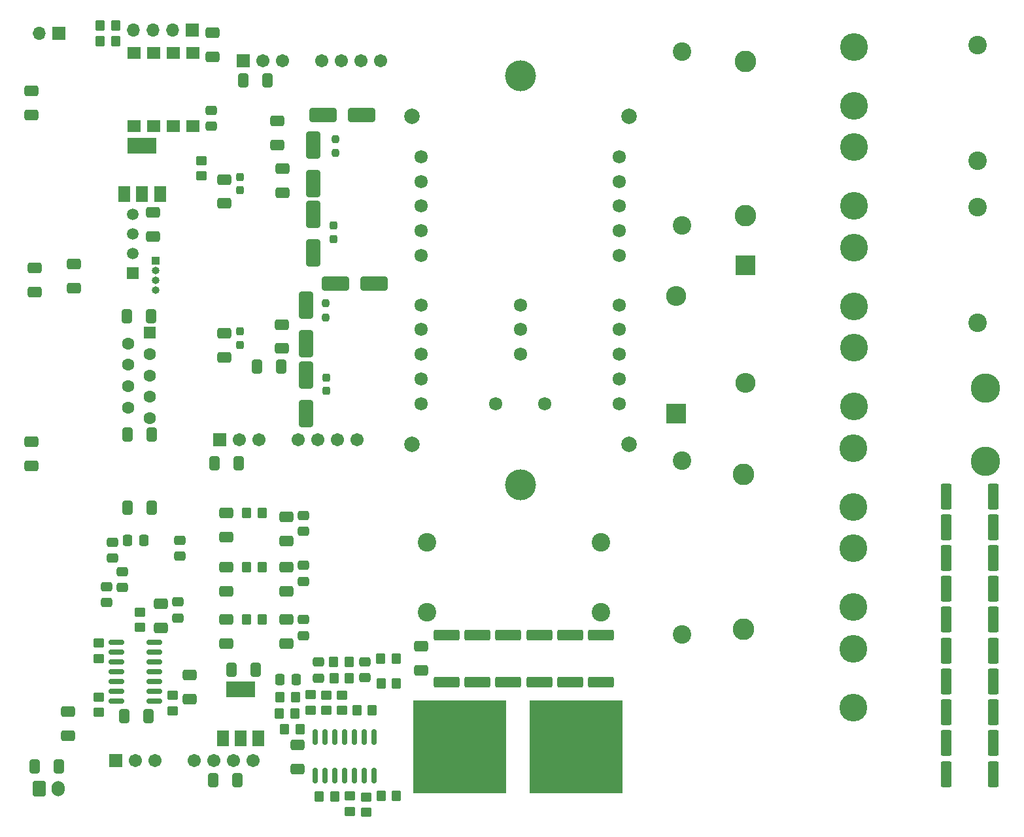
<source format=gbr>
%TF.GenerationSoftware,KiCad,Pcbnew,7.0.9*%
%TF.CreationDate,2024-05-29T20:40:17+05:30*%
%TF.ProjectId,LU,4c552e6b-6963-4616-945f-706362585858,rev?*%
%TF.SameCoordinates,Original*%
%TF.FileFunction,Soldermask,Bot*%
%TF.FilePolarity,Negative*%
%FSLAX46Y46*%
G04 Gerber Fmt 4.6, Leading zero omitted, Abs format (unit mm)*
G04 Created by KiCad (PCBNEW 7.0.9) date 2024-05-29 20:40:17*
%MOMM*%
%LPD*%
G01*
G04 APERTURE LIST*
G04 Aperture macros list*
%AMRoundRect*
0 Rectangle with rounded corners*
0 $1 Rounding radius*
0 $2 $3 $4 $5 $6 $7 $8 $9 X,Y pos of 4 corners*
0 Add a 4 corners polygon primitive as box body*
4,1,4,$2,$3,$4,$5,$6,$7,$8,$9,$2,$3,0*
0 Add four circle primitives for the rounded corners*
1,1,$1+$1,$2,$3*
1,1,$1+$1,$4,$5*
1,1,$1+$1,$6,$7*
1,1,$1+$1,$8,$9*
0 Add four rect primitives between the rounded corners*
20,1,$1+$1,$2,$3,$4,$5,0*
20,1,$1+$1,$4,$5,$6,$7,0*
20,1,$1+$1,$6,$7,$8,$9,0*
20,1,$1+$1,$8,$9,$2,$3,0*%
G04 Aperture macros list end*
%ADD10R,1.498600X1.498600*%
%ADD11C,1.498600*%
%ADD12RoundRect,0.250000X-0.350000X-0.450000X0.350000X-0.450000X0.350000X0.450000X-0.350000X0.450000X0*%
%ADD13RoundRect,0.250000X-0.450000X0.350000X-0.450000X-0.350000X0.450000X-0.350000X0.450000X0.350000X0*%
%ADD14RoundRect,0.250000X0.450000X-0.350000X0.450000X0.350000X-0.450000X0.350000X-0.450000X-0.350000X0*%
%ADD15C,3.600000*%
%ADD16R,12.000000X12.000000*%
%ADD17C,2.400000*%
%ADD18RoundRect,0.102000X-0.754000X-0.754000X0.754000X-0.754000X0.754000X0.754000X-0.754000X0.754000X0*%
%ADD19C,1.712000*%
%ADD20C,2.800000*%
%ADD21RoundRect,0.250000X-0.600000X-0.750000X0.600000X-0.750000X0.600000X0.750000X-0.600000X0.750000X0*%
%ADD22O,1.700000X2.000000*%
%ADD23R,1.600000X1.600000*%
%ADD24C,1.600000*%
%ADD25R,1.700000X1.700000*%
%ADD26O,1.700000X1.700000*%
%ADD27O,2.600000X2.600000*%
%ADD28R,2.600000X2.600000*%
%ADD29C,3.800000*%
%ADD30RoundRect,0.249999X0.450001X1.425001X-0.450001X1.425001X-0.450001X-1.425001X0.450001X-1.425001X0*%
%ADD31RoundRect,0.250000X0.650000X-0.412500X0.650000X0.412500X-0.650000X0.412500X-0.650000X-0.412500X0*%
%ADD32RoundRect,0.250000X-0.412500X-0.650000X0.412500X-0.650000X0.412500X0.650000X-0.412500X0.650000X0*%
%ADD33RoundRect,0.250000X-0.650000X1.500000X-0.650000X-1.500000X0.650000X-1.500000X0.650000X1.500000X0*%
%ADD34RoundRect,0.250000X0.350000X0.450000X-0.350000X0.450000X-0.350000X-0.450000X0.350000X-0.450000X0*%
%ADD35R,1.000000X1.000000*%
%ADD36O,1.000000X1.000000*%
%ADD37RoundRect,0.250000X-0.650000X0.412500X-0.650000X-0.412500X0.650000X-0.412500X0.650000X0.412500X0*%
%ADD38RoundRect,0.249999X-1.425001X0.450001X-1.425001X-0.450001X1.425001X-0.450001X1.425001X0.450001X0*%
%ADD39RoundRect,0.237500X-0.237500X0.300000X-0.237500X-0.300000X0.237500X-0.300000X0.237500X0.300000X0*%
%ADD40R,1.500000X2.000000*%
%ADD41R,3.800000X2.000000*%
%ADD42RoundRect,0.250000X0.475000X-0.337500X0.475000X0.337500X-0.475000X0.337500X-0.475000X-0.337500X0*%
%ADD43RoundRect,0.250000X0.412500X0.650000X-0.412500X0.650000X-0.412500X-0.650000X0.412500X-0.650000X0*%
%ADD44RoundRect,0.250000X-0.475000X0.337500X-0.475000X-0.337500X0.475000X-0.337500X0.475000X0.337500X0*%
%ADD45RoundRect,0.250000X0.337500X0.475000X-0.337500X0.475000X-0.337500X-0.475000X0.337500X-0.475000X0*%
%ADD46RoundRect,0.237500X0.237500X-0.250000X0.237500X0.250000X-0.237500X0.250000X-0.237500X-0.250000X0*%
%ADD47RoundRect,0.250000X1.500000X0.650000X-1.500000X0.650000X-1.500000X-0.650000X1.500000X-0.650000X0*%
%ADD48RoundRect,0.150000X0.150000X-0.825000X0.150000X0.825000X-0.150000X0.825000X-0.150000X-0.825000X0*%
%ADD49RoundRect,0.237500X0.237500X-0.300000X0.237500X0.300000X-0.237500X0.300000X-0.237500X-0.300000X0*%
%ADD50C,1.721000*%
%ADD51C,4.000000*%
%ADD52C,2.000000*%
%ADD53R,1.780000X1.520000*%
%ADD54R,1.750000X1.520000*%
%ADD55RoundRect,0.150000X-0.825000X-0.150000X0.825000X-0.150000X0.825000X0.150000X-0.825000X0.150000X0*%
G04 APERTURE END LIST*
D10*
%TO.C,U4*%
X102608200Y-127120000D03*
D11*
X102608200Y-124580000D03*
X102608200Y-122040000D03*
X102608200Y-119500000D03*
%TD*%
D12*
%TO.C,R78*%
X117400000Y-158200000D03*
X119400000Y-158200000D03*
%TD*%
%TO.C,R77*%
X117400000Y-165200000D03*
X119400000Y-165200000D03*
%TD*%
%TO.C,R76*%
X117400000Y-172000000D03*
X119400000Y-172000000D03*
%TD*%
D13*
%TO.C,R74*%
X98200000Y-182000000D03*
X98200000Y-184000000D03*
%TD*%
D14*
%TO.C,R73*%
X98200000Y-177000000D03*
X98200000Y-175000000D03*
%TD*%
%TO.C,R72*%
X107800000Y-183800000D03*
X107800000Y-181800000D03*
%TD*%
%TO.C,R70*%
X103600000Y-171000000D03*
X103600000Y-173000000D03*
%TD*%
D15*
%TO.C,L6*%
X195950000Y-162740000D03*
X195950000Y-170360000D03*
%TD*%
D16*
%TO.C,H6*%
X145000000Y-188500000D03*
%TD*%
D15*
%TO.C,L2*%
X196000000Y-110780000D03*
X196000000Y-118400000D03*
%TD*%
D17*
%TO.C,C30*%
X140750000Y-162000000D03*
X163250000Y-162000000D03*
%TD*%
D15*
%TO.C,L4*%
X196000000Y-136760000D03*
X196000000Y-144380000D03*
%TD*%
%TO.C,L5*%
X195950000Y-149750000D03*
X195950000Y-157370000D03*
%TD*%
%TO.C,L3*%
X196000000Y-123770000D03*
X196000000Y-131390000D03*
%TD*%
D17*
%TO.C,C28*%
X173750000Y-151400000D03*
X173750000Y-173900000D03*
%TD*%
D15*
%TO.C,L1*%
X196000000Y-97790000D03*
X196000000Y-105410000D03*
%TD*%
D18*
%TO.C,PS3*%
X100390000Y-190270000D03*
D19*
X102930000Y-190270000D03*
X105470000Y-190270000D03*
X110550000Y-190270000D03*
X113090000Y-190270000D03*
X115630000Y-190270000D03*
X118170000Y-190270000D03*
%TD*%
D20*
%TO.C,R7*%
X182000000Y-119650000D03*
X182000000Y-99650000D03*
%TD*%
D21*
%TO.C,J1*%
X90500000Y-193900000D03*
D22*
X93000000Y-193900000D03*
%TD*%
D17*
%TO.C,C32*%
X212000000Y-133500000D03*
X212000000Y-118500000D03*
%TD*%
D20*
%TO.C,R16*%
X181750000Y-173200000D03*
X181750000Y-153200000D03*
%TD*%
D23*
%TO.C,J4*%
X104840000Y-134805000D03*
D24*
X104840000Y-137575000D03*
X104840000Y-140345000D03*
X104840000Y-143115000D03*
X104840000Y-145885000D03*
X102000000Y-136190000D03*
X102000000Y-138960000D03*
X102000000Y-141730000D03*
X102000000Y-144500000D03*
%TD*%
D17*
%TO.C,C27*%
X173750000Y-98400000D03*
X173750000Y-120900000D03*
%TD*%
D25*
%TO.C,J3*%
X110345000Y-95600000D03*
D26*
X107805000Y-95600000D03*
X105265000Y-95600000D03*
X102725000Y-95600000D03*
%TD*%
D18*
%TO.C,PS2*%
X116920000Y-99600000D03*
D19*
X119460000Y-99600000D03*
X122000000Y-99600000D03*
X127080000Y-99600000D03*
X129620000Y-99600000D03*
X132160000Y-99600000D03*
X134700000Y-99600000D03*
%TD*%
D15*
%TO.C,L7*%
X195950000Y-175730000D03*
X195950000Y-183350000D03*
%TD*%
D17*
%TO.C,C31*%
X140750000Y-171000000D03*
X163250000Y-171000000D03*
%TD*%
D27*
%TO.C,D8*%
X173000000Y-130030000D03*
D28*
X173000000Y-145270000D03*
%TD*%
D29*
%TO.C,H8*%
X213000000Y-142000000D03*
%TD*%
D28*
%TO.C,D7*%
X182000000Y-126030000D03*
D27*
X182000000Y-141270000D03*
%TD*%
D29*
%TO.C,H7*%
X213000000Y-151500000D03*
%TD*%
D18*
%TO.C,PS1*%
X113860000Y-148700000D03*
D19*
X116400000Y-148700000D03*
X118940000Y-148700000D03*
X124020000Y-148700000D03*
X126560000Y-148700000D03*
X129100000Y-148700000D03*
X131640000Y-148700000D03*
%TD*%
D16*
%TO.C,H5*%
X160000000Y-188500000D03*
%TD*%
D17*
%TO.C,C29*%
X212000000Y-112500000D03*
X212000000Y-97500000D03*
%TD*%
D30*
%TO.C,R19*%
X207950000Y-164000000D03*
X214050000Y-164000000D03*
%TD*%
D31*
%TO.C,C21*%
X122000000Y-116662500D03*
X122000000Y-113537500D03*
%TD*%
D32*
%TO.C,C61*%
X101937500Y-157500000D03*
X105062500Y-157500000D03*
%TD*%
D33*
%TO.C,D4*%
X126000000Y-110500000D03*
X126000000Y-115500000D03*
%TD*%
D31*
%TO.C,C8*%
X89937500Y-129562500D03*
X89937500Y-126437500D03*
%TD*%
D34*
%TO.C,R38*%
X128760000Y-194920000D03*
X126760000Y-194920000D03*
%TD*%
D35*
%TO.C,J5*%
X105600000Y-125460000D03*
D36*
X105600000Y-126730000D03*
X105600000Y-128000000D03*
X105600000Y-129270000D03*
%TD*%
D31*
%TO.C,C1*%
X89500000Y-106562500D03*
X89500000Y-103437500D03*
%TD*%
D30*
%TO.C,R23*%
X207950000Y-180000000D03*
X214050000Y-180000000D03*
%TD*%
D12*
%TO.C,R66*%
X98405000Y-95000000D03*
X100405000Y-95000000D03*
%TD*%
D37*
%TO.C,C56*%
X114750000Y-171937500D03*
X114750000Y-175062500D03*
%TD*%
D38*
%TO.C,R11*%
X143250000Y-173950000D03*
X143250000Y-180050000D03*
%TD*%
D31*
%TO.C,C18*%
X114500000Y-118062500D03*
X114500000Y-114937500D03*
%TD*%
D14*
%TO.C,R40*%
X132880000Y-196970000D03*
X132880000Y-194970000D03*
%TD*%
D39*
%TO.C,C20*%
X127700000Y-140637500D03*
X127700000Y-142362500D03*
%TD*%
D12*
%TO.C,R55*%
X121710000Y-182030000D03*
X123710000Y-182030000D03*
%TD*%
D31*
%TO.C,C11*%
X95000000Y-129062500D03*
X95000000Y-125937500D03*
%TD*%
D30*
%TO.C,R26*%
X207950000Y-192010000D03*
X214050000Y-192010000D03*
%TD*%
D40*
%TO.C,U7*%
X118900000Y-187360000D03*
X116600000Y-187360000D03*
D41*
X116600000Y-181060000D03*
D40*
X114300000Y-187360000D03*
%TD*%
D42*
%TO.C,C5*%
X126690000Y-179537500D03*
X126690000Y-177462500D03*
%TD*%
D43*
%TO.C,C59*%
X104625000Y-184500000D03*
X101500000Y-184500000D03*
%TD*%
D31*
%TO.C,C19*%
X121900000Y-136862500D03*
X121900000Y-133737500D03*
%TD*%
D43*
%TO.C,C6*%
X120062500Y-102100000D03*
X116937500Y-102100000D03*
%TD*%
D12*
%TO.C,R33*%
X128640000Y-177500000D03*
X130640000Y-177500000D03*
%TD*%
D44*
%TO.C,C63*%
X99250000Y-167712500D03*
X99250000Y-169787500D03*
%TD*%
D38*
%TO.C,R57*%
X163250000Y-173950000D03*
X163250000Y-180050000D03*
%TD*%
D32*
%TO.C,C7*%
X89937500Y-191000000D03*
X93062500Y-191000000D03*
%TD*%
D45*
%TO.C,C50*%
X123787500Y-179750000D03*
X121712500Y-179750000D03*
%TD*%
D40*
%TO.C,U8*%
X106150000Y-116850000D03*
X103850000Y-116850000D03*
D41*
X103850000Y-110550000D03*
D40*
X101550000Y-116850000D03*
%TD*%
D33*
%TO.C,D2*%
X125100000Y-140300000D03*
X125100000Y-145300000D03*
%TD*%
D32*
%TO.C,C73*%
X101937500Y-148000000D03*
X105062500Y-148000000D03*
%TD*%
D30*
%TO.C,R17*%
X207950000Y-156000000D03*
X214050000Y-156000000D03*
%TD*%
D31*
%TO.C,C26*%
X140000000Y-178562500D03*
X140000000Y-175437500D03*
%TD*%
%TO.C,C16*%
X123960000Y-191370000D03*
X123960000Y-188245000D03*
%TD*%
D12*
%TO.C,R34*%
X128670000Y-179590000D03*
X130670000Y-179590000D03*
%TD*%
D33*
%TO.C,D1*%
X125100000Y-131200000D03*
X125100000Y-136200000D03*
%TD*%
D13*
%TO.C,R8*%
X111500000Y-112500000D03*
X111500000Y-114500000D03*
%TD*%
D12*
%TO.C,R36*%
X134780000Y-180270000D03*
X136780000Y-180270000D03*
%TD*%
D39*
%TO.C,C23*%
X128600000Y-120937500D03*
X128600000Y-122662500D03*
%TD*%
D37*
%TO.C,C14*%
X105250000Y-119187500D03*
X105250000Y-122312500D03*
%TD*%
D42*
%TO.C,C62*%
X100000000Y-164037500D03*
X100000000Y-161962500D03*
%TD*%
D31*
%TO.C,C10*%
X121300000Y-110462500D03*
X121300000Y-107337500D03*
%TD*%
%TO.C,C22*%
X114500000Y-138000000D03*
X114500000Y-134875000D03*
%TD*%
D34*
%TO.C,R53*%
X124300000Y-186150000D03*
X122300000Y-186150000D03*
%TD*%
D44*
%TO.C,C66*%
X108500000Y-169712500D03*
X108500000Y-171787500D03*
%TD*%
%TO.C,C40*%
X124750000Y-158462500D03*
X124750000Y-160537500D03*
%TD*%
D43*
%TO.C,C25*%
X116312500Y-151750000D03*
X113187500Y-151750000D03*
%TD*%
D32*
%TO.C,C4*%
X113057500Y-192810000D03*
X116182500Y-192810000D03*
%TD*%
D46*
%TO.C,R2*%
X127600000Y-132812500D03*
X127600000Y-130987500D03*
%TD*%
D12*
%TO.C,R51*%
X131630000Y-183750000D03*
X133630000Y-183750000D03*
%TD*%
D44*
%TO.C,C67*%
X101300000Y-165762500D03*
X101300000Y-167837500D03*
%TD*%
D30*
%TO.C,R24*%
X207950000Y-184000000D03*
X214050000Y-184000000D03*
%TD*%
D38*
%TO.C,R15*%
X159250000Y-173950000D03*
X159250000Y-180050000D03*
%TD*%
D13*
%TO.C,R50*%
X127670000Y-181740000D03*
X127670000Y-183740000D03*
%TD*%
D47*
%TO.C,D3*%
X133900000Y-128400000D03*
X128900000Y-128400000D03*
%TD*%
D37*
%TO.C,C68*%
X106250000Y-169937500D03*
X106250000Y-173062500D03*
%TD*%
D25*
%TO.C,J2*%
X93020000Y-96000000D03*
D26*
X90480000Y-96000000D03*
%TD*%
D30*
%TO.C,R21*%
X207950000Y-172000000D03*
X214050000Y-172000000D03*
%TD*%
D47*
%TO.C,D6*%
X132300000Y-106600000D03*
X127300000Y-106600000D03*
%TD*%
D14*
%TO.C,R52*%
X125640000Y-183710000D03*
X125640000Y-181710000D03*
%TD*%
D48*
%TO.C,U6*%
X133850000Y-192185000D03*
X132580000Y-192185000D03*
X131310000Y-192185000D03*
X130040000Y-192185000D03*
X128770000Y-192185000D03*
X127500000Y-192185000D03*
X126230000Y-192185000D03*
X126230000Y-187235000D03*
X127500000Y-187235000D03*
X128770000Y-187235000D03*
X130040000Y-187235000D03*
X131310000Y-187235000D03*
X132580000Y-187235000D03*
X133850000Y-187235000D03*
%TD*%
D37*
%TO.C,C54*%
X114750000Y-165187500D03*
X114750000Y-168312500D03*
%TD*%
D31*
%TO.C,C3*%
X94220000Y-187022500D03*
X94220000Y-183897500D03*
%TD*%
D37*
%TO.C,C58*%
X110000000Y-179187500D03*
X110000000Y-182312500D03*
%TD*%
D32*
%TO.C,C12*%
X118737500Y-139200000D03*
X121862500Y-139200000D03*
%TD*%
D37*
%TO.C,C41*%
X122500000Y-158687500D03*
X122500000Y-161812500D03*
%TD*%
D49*
%TO.C,C34*%
X116500000Y-116362500D03*
X116500000Y-114637500D03*
%TD*%
D42*
%TO.C,C13*%
X132690000Y-179517500D03*
X132690000Y-177442500D03*
%TD*%
D38*
%TO.C,R12*%
X147250000Y-173950000D03*
X147250000Y-180050000D03*
%TD*%
D42*
%TO.C,C70*%
X112750000Y-108037500D03*
X112750000Y-105962500D03*
%TD*%
D38*
%TO.C,R13*%
X151250000Y-173950000D03*
X151250000Y-180050000D03*
%TD*%
D30*
%TO.C,R20*%
X207950000Y-168000000D03*
X214050000Y-168000000D03*
%TD*%
D50*
%TO.C,Q1*%
X140000000Y-121600000D03*
X140000000Y-118400000D03*
X140000000Y-115200000D03*
X165600000Y-121600000D03*
X165600000Y-118400000D03*
X165600000Y-115200000D03*
X156000000Y-144000000D03*
X149600000Y-144000000D03*
X152800000Y-137600000D03*
X152800000Y-134400000D03*
X152800000Y-131200000D03*
X140000000Y-131200000D03*
X140000000Y-112000000D03*
X165600000Y-131200000D03*
X165600000Y-112000000D03*
X140000000Y-140800000D03*
X140000000Y-137600000D03*
X140000000Y-134400000D03*
X165600000Y-140800000D03*
X165600000Y-137600000D03*
X165600000Y-134400000D03*
X140000000Y-144000000D03*
X140000000Y-124800000D03*
X165600000Y-144000000D03*
X165600000Y-124800000D03*
D51*
X152800000Y-154500000D03*
D52*
X138750000Y-149250000D03*
X166850000Y-149250000D03*
X138750000Y-106750000D03*
X166850000Y-106750000D03*
D51*
X152800000Y-101500000D03*
%TD*%
D12*
%TO.C,R41*%
X134770000Y-194810000D03*
X136770000Y-194810000D03*
%TD*%
D14*
%TO.C,R37*%
X130750000Y-196820000D03*
X130750000Y-194820000D03*
%TD*%
D31*
%TO.C,C2*%
X89500000Y-152062500D03*
X89500000Y-148937500D03*
%TD*%
D30*
%TO.C,R18*%
X207950000Y-160000000D03*
X214050000Y-160000000D03*
%TD*%
D12*
%TO.C,R65*%
X98405000Y-97000000D03*
X100405000Y-97000000D03*
%TD*%
%TO.C,R35*%
X134710000Y-177060000D03*
X136710000Y-177060000D03*
%TD*%
D30*
%TO.C,R25*%
X207950000Y-188000000D03*
X214050000Y-188000000D03*
%TD*%
D32*
%TO.C,C72*%
X101875000Y-132650000D03*
X105000000Y-132650000D03*
%TD*%
D38*
%TO.C,R14*%
X155250000Y-173950000D03*
X155250000Y-180050000D03*
%TD*%
D53*
%TO.C,U15*%
X102795000Y-98540000D03*
D54*
X105335000Y-98540000D03*
D53*
X107875000Y-98540000D03*
X110415000Y-98540000D03*
X110415000Y-108060000D03*
X107875000Y-108060000D03*
X105335000Y-108060000D03*
X102795000Y-108060000D03*
%TD*%
D37*
%TO.C,C46*%
X122500000Y-171937500D03*
X122500000Y-175062500D03*
%TD*%
D42*
%TO.C,C65*%
X108750000Y-163787500D03*
X108750000Y-161712500D03*
%TD*%
D44*
%TO.C,C45*%
X124750000Y-171962500D03*
X124750000Y-174037500D03*
%TD*%
D34*
%TO.C,R54*%
X123630000Y-184130000D03*
X121630000Y-184130000D03*
%TD*%
D46*
%TO.C,R4*%
X128900000Y-111512500D03*
X128900000Y-109687500D03*
%TD*%
D37*
%TO.C,C52*%
X114750000Y-158187500D03*
X114750000Y-161312500D03*
%TD*%
D55*
%TO.C,U13*%
X100500000Y-182520000D03*
X100500000Y-181250000D03*
X100500000Y-179980000D03*
X100500000Y-178710000D03*
X100500000Y-177440000D03*
X100500000Y-176170000D03*
X100500000Y-174900000D03*
X105450000Y-174900000D03*
X105450000Y-176170000D03*
X105450000Y-177440000D03*
X105450000Y-178710000D03*
X105450000Y-179980000D03*
X105450000Y-181250000D03*
X105450000Y-182520000D03*
%TD*%
D33*
%TO.C,D5*%
X126000000Y-119500000D03*
X126000000Y-124500000D03*
%TD*%
D30*
%TO.C,R22*%
X207950000Y-176000000D03*
X214050000Y-176000000D03*
%TD*%
D45*
%TO.C,C60*%
X104037500Y-161750000D03*
X101962500Y-161750000D03*
%TD*%
D13*
%TO.C,R49*%
X129710000Y-181750000D03*
X129710000Y-183750000D03*
%TD*%
D49*
%TO.C,C35*%
X116500000Y-136362500D03*
X116500000Y-134637500D03*
%TD*%
D44*
%TO.C,C43*%
X124750000Y-164962500D03*
X124750000Y-167037500D03*
%TD*%
D31*
%TO.C,C69*%
X113000000Y-99062500D03*
X113000000Y-95937500D03*
%TD*%
D43*
%TO.C,C39*%
X118562500Y-178500000D03*
X115437500Y-178500000D03*
%TD*%
D37*
%TO.C,C44*%
X122500000Y-165187500D03*
X122500000Y-168312500D03*
%TD*%
M02*

</source>
